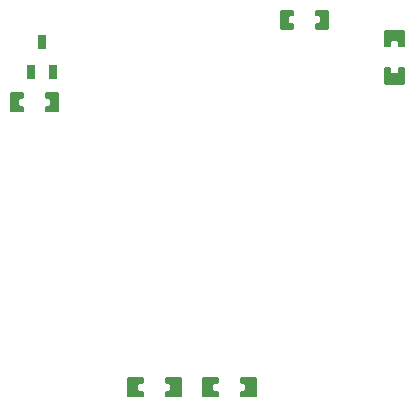
<source format=gbp>
G04 Layer: BottomPasteMaskLayer*
G04 EasyEDA v6.5.39, 2023-12-12 15:22:05*
G04 97430d4051d74cbab9520267499de571,defc1f93b7bc4f92b0c06f3051cee8fa,10*
G04 Gerber Generator version 0.2*
G04 Scale: 100 percent, Rotated: No, Reflected: No *
G04 Dimensions in millimeters *
G04 leading zeros omitted , absolute positions ,4 integer and 5 decimal *
%FSLAX45Y45*%
%MOMM*%

%AMMACRO1*21,1,$1,$2,0,0,$3*%
%ADD10MACRO1,0.7X1.2499X0.0000*%

%LPD*%
G36*
X7018985Y3577539D02*
G01*
X7008977Y3567531D01*
X7008977Y3531412D01*
X7018985Y3521405D01*
X7040067Y3521405D01*
X7050024Y3511397D01*
X7050024Y3473551D01*
X7040067Y3463594D01*
X7018985Y3463594D01*
X7008977Y3453587D01*
X7008977Y3417468D01*
X7018985Y3407460D01*
X7119721Y3407460D01*
X7129729Y3417468D01*
X7129729Y3567531D01*
X7119721Y3577539D01*
G37*
G36*
X6723227Y3577539D02*
G01*
X6713220Y3567531D01*
X6713220Y3417468D01*
X6723227Y3407460D01*
X6823964Y3407460D01*
X6833971Y3417468D01*
X6833971Y3453587D01*
X6823964Y3463594D01*
X6802932Y3463594D01*
X6792925Y3473551D01*
X6792925Y3511397D01*
X6802932Y3521405D01*
X6823964Y3521405D01*
X6833971Y3531412D01*
X6833971Y3567531D01*
X6823964Y3577539D01*
G37*
G36*
X6381496Y467410D02*
G01*
X6371488Y457403D01*
X6371488Y420370D01*
X6381496Y410362D01*
X6411976Y410362D01*
X6421983Y400354D01*
X6421983Y361645D01*
X6411976Y351637D01*
X6381496Y351637D01*
X6371488Y341630D01*
X6371488Y304596D01*
X6381496Y294589D01*
X6509969Y294589D01*
X6519976Y304596D01*
X6519976Y457403D01*
X6509969Y467410D01*
G37*
G36*
X6062980Y467410D02*
G01*
X6052972Y457403D01*
X6052972Y304596D01*
X6062980Y294589D01*
X6191504Y294589D01*
X6201511Y304596D01*
X6201511Y341630D01*
X6191504Y351637D01*
X6161024Y351637D01*
X6151016Y361645D01*
X6151016Y400354D01*
X6161024Y410362D01*
X6191504Y410362D01*
X6201511Y420370D01*
X6201511Y457403D01*
X6191504Y467410D01*
G37*
G36*
X5427980Y467410D02*
G01*
X5417972Y457403D01*
X5417972Y304596D01*
X5427980Y294589D01*
X5556504Y294589D01*
X5566511Y304596D01*
X5566511Y341630D01*
X5556504Y351637D01*
X5526024Y351637D01*
X5516016Y361645D01*
X5516016Y400354D01*
X5526024Y410362D01*
X5556504Y410362D01*
X5566511Y420370D01*
X5566511Y457403D01*
X5556504Y467410D01*
G37*
G36*
X5746496Y467410D02*
G01*
X5736488Y457403D01*
X5736488Y420370D01*
X5746496Y410362D01*
X5776976Y410362D01*
X5786983Y400354D01*
X5786983Y361645D01*
X5776976Y351637D01*
X5746496Y351637D01*
X5736488Y341630D01*
X5736488Y304596D01*
X5746496Y294589D01*
X5874969Y294589D01*
X5884976Y304596D01*
X5884976Y457403D01*
X5874969Y467410D01*
G37*
G36*
X7607096Y3090011D02*
G01*
X7597089Y3080004D01*
X7597089Y2951480D01*
X7607096Y2941472D01*
X7759903Y2941472D01*
X7769910Y2951480D01*
X7769910Y3080004D01*
X7759903Y3090011D01*
X7722870Y3090011D01*
X7712862Y3080004D01*
X7712862Y3049524D01*
X7702854Y3039516D01*
X7664094Y3039516D01*
X7654086Y3049524D01*
X7654086Y3080004D01*
X7644130Y3090011D01*
G37*
G36*
X7607096Y3408476D02*
G01*
X7597089Y3398469D01*
X7597089Y3269996D01*
X7607096Y3259988D01*
X7644130Y3259988D01*
X7654086Y3269996D01*
X7654086Y3300476D01*
X7664094Y3310483D01*
X7702854Y3310483D01*
X7712862Y3300476D01*
X7712862Y3269996D01*
X7722870Y3259988D01*
X7759903Y3259988D01*
X7769910Y3269996D01*
X7769910Y3398469D01*
X7759903Y3408476D01*
G37*
G36*
X4732985Y2879039D02*
G01*
X4722977Y2869031D01*
X4722977Y2832912D01*
X4732985Y2822905D01*
X4754067Y2822905D01*
X4764024Y2812897D01*
X4764024Y2775102D01*
X4754067Y2765094D01*
X4732985Y2765094D01*
X4722977Y2755087D01*
X4722977Y2718968D01*
X4732985Y2708960D01*
X4833721Y2708960D01*
X4843729Y2718968D01*
X4843729Y2869031D01*
X4833721Y2879039D01*
G37*
G36*
X4437227Y2879039D02*
G01*
X4427220Y2869031D01*
X4427220Y2718968D01*
X4437227Y2708960D01*
X4538014Y2708960D01*
X4547971Y2718968D01*
X4547971Y2755087D01*
X4538014Y2765094D01*
X4516932Y2765094D01*
X4506925Y2775102D01*
X4506925Y2812897D01*
X4516932Y2822905D01*
X4538014Y2822905D01*
X4547971Y2832912D01*
X4547971Y2869031D01*
X4538014Y2879039D01*
G37*
D10*
G01*
X4699000Y3299955D03*
G01*
X4604003Y3050019D03*
G01*
X4793996Y3050019D03*
M02*

</source>
